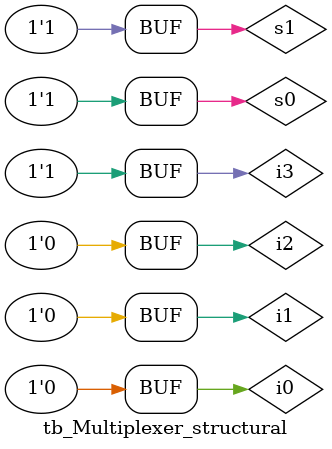
<source format=v>
`timescale 1ns / 1ps

module tb_Multiplexer_structural;

    // the order in which it will appear with simultation is run
    // Inputs to be defined as registers
    reg i0;
    reg i1;
    reg i2;
    reg i3;
    reg s0;
    reg s1;
    // Outputs to be defined as wires
    wire d;
    
    
    // Instantiate the Unit Under Test (UUT)
    // Records what's in the wave form by this format: wire/reg(coressponding name to be displayed on wave form)
    Multiplexer_structural uut (
        .s0(s0),
        .s1(s1),
        .i0(i0),
        .i1(i1),
        .i2(i2),
        .i3(i3),
        .d(d)
    );
    
    // Begin the wave forms
    initial begin
        // Initialize Inputs to 0
        s0 = 0;
        s1 = 0;
        i0 = 0;
        i1 = 0;
        i2 = 0;
        i3 = 0;    
    
        // Wait 50 ns for global reset to finish
        #50;
        
        // Stimulus - All input combinations followed by some wait time to observe the o/p
        // if (d != 1'b0) means "if the output d does NOT equal a bit value of 0"
        // made s1 first and s2 second for better readability
        
        // for s1s0 = 00
        s1 = 0;
        s0 = 0;
        i0 = 0;
        i1 = 0;
        i2 = 0;
        i3 = 0;
        #50;
        $display ("TC01");
        if (d != 1'b0) $display ("Result is wrong");

        s1 = 0;
        s0 = 0;
        i0 = 1;
        i1 = 0;
        i2 = 0;
        i3 = 0;
        #50;
        $display ("TC02");
        if (d != 1'b1) $display ("Result is wrong");

        // for s1s0 = 01
        s1 = 0;        
        s0 = 1;
        i0 = 0;
        i1 = 0;
        i2 = 0;
        i3 = 0;
        #50
        $display ("TC03");
        if (d != 1'b0) $display ("Result is wrong");
        
        s1 = 0;
        s0 = 1;
        i0 = 0;
        i1 = 1;
        i2 = 0;
        i3 = 0;
        #50
        $display ("TC04");
        if (d != 1'b1) $display ("Result is wrong");
        
        // for s1s0 = 10
        s1 = 1;
        s0 = 0;
        i0 = 0;
        i1 = 0;
        i2 = 0;
        i3 = 0;
        #50
        $display ("TC05"); 
        if (d != 1'b0) $display ("Result is wrong");
        
        s1 = 1;
        s0 = 0;
        i0 = 0;
        i1 = 0;
        i2 = 1;
        i3 = 0;
        #50
        $display ("TC06"); 
        if (d != 1'b1) $display ("Result is wrong");
        
        // for s1s0 = 11
        s1 = 1;
        s0 = 1;
        i0 = 0;
        i1 = 0;
        i2 = 0;
        i3 = 0;
        #50
        $display ("TC07"); 
        if (d != 1'b0) $display ("Result is wrong");
        
        s1 = 1;
        s0 = 1;
        i0 = 0;
        i1 = 0;
        i2 = 0;
        i3 = 1;
        #50
        $display ("TC08"); 
        if (d != 1'b1) $display ("Result is wrong");
        
    end
    
endmodule
</source>
